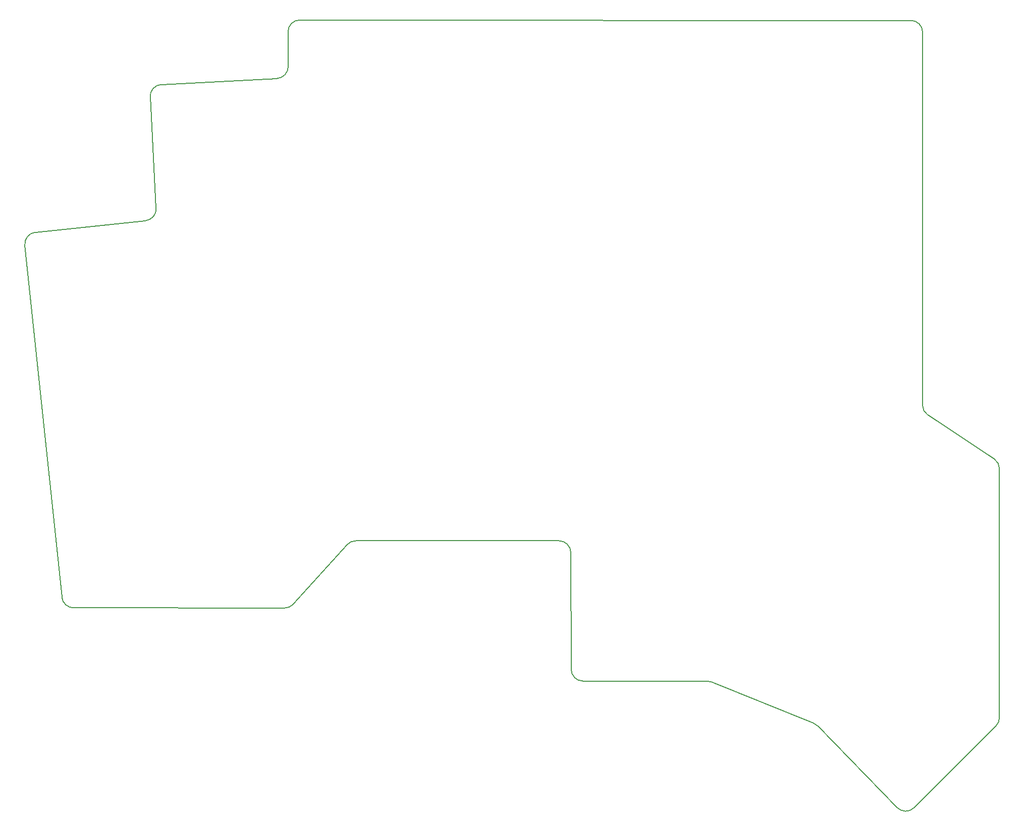
<source format=gbr>
%TF.GenerationSoftware,KiCad,Pcbnew,9.0.0*%
%TF.CreationDate,2025-04-09T21:01:40+02:00*%
%TF.ProjectId,left,6c656674-2e6b-4696-9361-645f70636258,1*%
%TF.SameCoordinates,Original*%
%TF.FileFunction,Profile,NP*%
%FSLAX46Y46*%
G04 Gerber Fmt 4.6, Leading zero omitted, Abs format (unit mm)*
G04 Created by KiCad (PCBNEW 9.0.0) date 2025-04-09 21:01:40*
%MOMM*%
%LPD*%
G01*
G04 APERTURE LIST*
%TA.AperFunction,Profile*%
%ADD10C,0.150000*%
%TD*%
G04 APERTURE END LIST*
D10*
X267668181Y-140593217D02*
X278772221Y-147927051D01*
X138207916Y-105851569D02*
G75*
G02*
X136419905Y-107949007I-1997016J-108431D01*
G01*
X248527218Y-192341803D02*
X231279566Y-185394832D01*
X160355448Y-82064196D02*
G75*
G02*
X158460137Y-84070530I-1999948J-9104D01*
G01*
X262506092Y-206493683D02*
X249214954Y-192803809D01*
X230532342Y-185250001D02*
X209815749Y-185250005D01*
X264795737Y-74328501D02*
G75*
G02*
X266794199Y-76329263I-1537J-1999999D01*
G01*
X160355445Y-82064197D02*
X160329120Y-76260586D01*
X160329120Y-76260586D02*
G75*
G02*
X162330591Y-74251600I1999880J9086D01*
G01*
X279669996Y-191371575D02*
G75*
G02*
X279084196Y-192785785I-1999896J-25D01*
G01*
X279084200Y-192785789D02*
X265355262Y-206514738D01*
X170224383Y-162359432D02*
G75*
G02*
X171708590Y-161700036I1484117J-1340468D01*
G01*
X159723776Y-172998589D02*
X124368883Y-172955046D01*
X124368883Y-172955046D02*
G75*
G02*
X122382214Y-171164108I2417J2000046D01*
G01*
X162330591Y-74251513D02*
X264795737Y-74328501D01*
X230532342Y-185250001D02*
G75*
G02*
X231279566Y-185394832I-42J-2000199D01*
G01*
X205774243Y-161700000D02*
G75*
G02*
X207774195Y-163695751I-43J-2000000D01*
G01*
X170224383Y-162359432D02*
X161210446Y-172339162D01*
X205774243Y-161700000D02*
X171708590Y-161700004D01*
X279669989Y-149595912D02*
X279669996Y-191371575D01*
X139087061Y-85085826D02*
X158460137Y-84070533D01*
X122382297Y-171164099D02*
X116173165Y-112088086D01*
X116173165Y-112088086D02*
G75*
G02*
X117953162Y-109890049I1988935J209086D01*
G01*
X267668181Y-140593217D02*
G75*
G02*
X266770402Y-138923598I1102319J1668917D01*
G01*
X161210446Y-172339162D02*
G75*
G02*
X159723776Y-172998547I-1484146J1340562D01*
G01*
X137194680Y-87191532D02*
G75*
G02*
X139087059Y-85085783I1997120J108432D01*
G01*
X278772221Y-147927051D02*
G75*
G02*
X279669987Y-149595912I-1102221J-1668849D01*
G01*
X209815749Y-185250005D02*
G75*
G02*
X207815799Y-183254250I-49J1999905D01*
G01*
X248527218Y-192341803D02*
G75*
G02*
X249214948Y-192803814I-747118J-1854997D01*
G01*
X266794229Y-76329263D02*
X266770406Y-138923598D01*
X265355262Y-206514738D02*
G75*
G02*
X262506042Y-206493733I-1414262J1414138D01*
G01*
X138207916Y-105851569D02*
X137194680Y-87191532D01*
X117953155Y-109889982D02*
X136419910Y-107949053D01*
X207815758Y-183254250D02*
X207774233Y-163695751D01*
M02*

</source>
